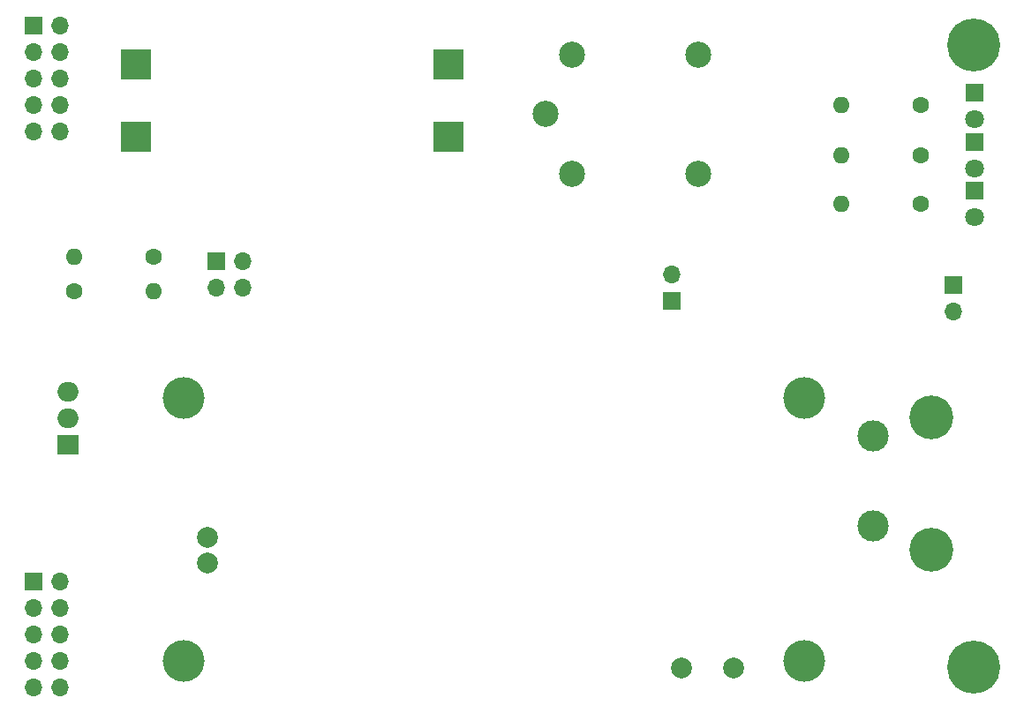
<source format=gbr>
%TF.GenerationSoftware,KiCad,Pcbnew,7.0.5*%
%TF.CreationDate,2023-08-28T16:01:15+03:00*%
%TF.ProjectId,PSU2,50535532-2e6b-4696-9361-645f70636258,rev?*%
%TF.SameCoordinates,Original*%
%TF.FileFunction,Soldermask,Bot*%
%TF.FilePolarity,Negative*%
%FSLAX46Y46*%
G04 Gerber Fmt 4.6, Leading zero omitted, Abs format (unit mm)*
G04 Created by KiCad (PCBNEW 7.0.5) date 2023-08-28 16:01:15*
%MOMM*%
%LPD*%
G01*
G04 APERTURE LIST*
%ADD10C,4.200000*%
%ADD11C,3.000000*%
%ADD12C,5.080000*%
%ADD13C,1.600000*%
%ADD14O,1.600000X1.600000*%
%ADD15R,1.700000X1.700000*%
%ADD16O,1.700000X1.700000*%
%ADD17C,2.500000*%
%ADD18R,2.000000X1.905000*%
%ADD19O,2.000000X1.905000*%
%ADD20R,1.800000X1.800000*%
%ADD21C,1.800000*%
%ADD22C,4.000000*%
%ADD23C,2.000000*%
%ADD24R,3.000000X3.000000*%
G04 APERTURE END LIST*
D10*
%TO.C,J3*%
X193675000Y-122682000D03*
X193675000Y-135382000D03*
D11*
X188087000Y-124460000D03*
X188087000Y-133096000D03*
%TD*%
D12*
%TO.C,H1*%
X197739000Y-86995000D03*
%TD*%
D13*
%TO.C,R2*%
X119126000Y-107315000D03*
D14*
X111506000Y-107315000D03*
%TD*%
D15*
%TO.C,J1*%
X195834000Y-109982000D03*
D16*
X195834000Y-112522000D03*
%TD*%
D17*
%TO.C,K1*%
X171323000Y-99314000D03*
X171323000Y-87884000D03*
X159258000Y-99314000D03*
X159258000Y-87884000D03*
X156718000Y-93599000D03*
%TD*%
D15*
%TO.C,J4*%
X125095000Y-107696000D03*
D16*
X127635000Y-107696000D03*
X125095000Y-110236000D03*
X127635000Y-110236000D03*
%TD*%
D18*
%TO.C,U1*%
X110871000Y-125349000D03*
D19*
X110871000Y-122809000D03*
X110871000Y-120269000D03*
%TD*%
D13*
%TO.C,R4*%
X111506000Y-110617000D03*
D14*
X119126000Y-110617000D03*
%TD*%
D20*
%TO.C,D2*%
X197866000Y-96261000D03*
D21*
X197866000Y-98801000D03*
%TD*%
D22*
%TO.C,PS2*%
X181495000Y-120892000D03*
X121995000Y-146092000D03*
X121995000Y-120892000D03*
X181495000Y-146092000D03*
D23*
X169695000Y-146792000D03*
X174695000Y-146792000D03*
X124295000Y-136692000D03*
X124295000Y-134192000D03*
%TD*%
D15*
%TO.C,J2*%
X168783000Y-111511000D03*
D16*
X168783000Y-108971000D03*
%TD*%
D20*
%TO.C,D3*%
X197866000Y-100960000D03*
D21*
X197866000Y-103500000D03*
%TD*%
D13*
%TO.C,R3*%
X192659000Y-97536000D03*
D14*
X185039000Y-97536000D03*
%TD*%
D20*
%TO.C,D1*%
X197866000Y-91567000D03*
D21*
X197866000Y-94107000D03*
%TD*%
D13*
%TO.C,R1*%
X192659000Y-92710000D03*
D14*
X185039000Y-92710000D03*
%TD*%
D15*
%TO.C,J5*%
X107569000Y-85090000D03*
D16*
X110109000Y-85090000D03*
X107569000Y-87630000D03*
X110109000Y-87630000D03*
X107569000Y-90170000D03*
X110109000Y-90170000D03*
X107569000Y-92710000D03*
X110109000Y-92710000D03*
X107569000Y-95250000D03*
X110109000Y-95250000D03*
%TD*%
D15*
%TO.C,J6*%
X107564000Y-138435000D03*
D16*
X110104000Y-138435000D03*
X107564000Y-140975000D03*
X110104000Y-140975000D03*
X107564000Y-143515000D03*
X110104000Y-143515000D03*
X107564000Y-146055000D03*
X110104000Y-146055000D03*
X107564000Y-148595000D03*
X110104000Y-148595000D03*
%TD*%
D13*
%TO.C,R5*%
X192659000Y-102235000D03*
D14*
X185039000Y-102235000D03*
%TD*%
D24*
%TO.C,PS1*%
X117376000Y-88816000D03*
X117376000Y-95816000D03*
X147376000Y-88816000D03*
X147376000Y-95816000D03*
%TD*%
D12*
%TO.C,H2*%
X197739000Y-146685000D03*
%TD*%
M02*

</source>
